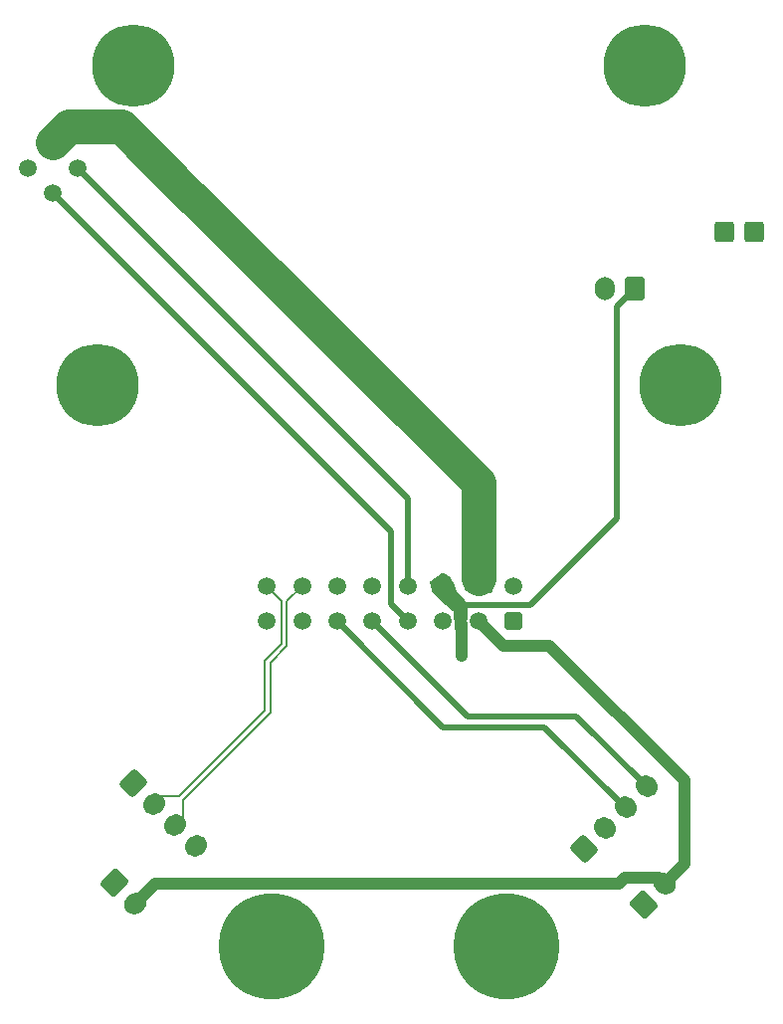
<source format=gbr>
%TF.GenerationSoftware,KiCad,Pcbnew,(6.0.8)*%
%TF.CreationDate,2023-01-17T07:54:29-05:00*%
%TF.ProjectId,K1+K2 Carabiner for Round Heatsinks,4b312b4b-3220-4436-9172-6162696e6572,rev?*%
%TF.SameCoordinates,Original*%
%TF.FileFunction,Copper,L2,Bot*%
%TF.FilePolarity,Positive*%
%FSLAX46Y46*%
G04 Gerber Fmt 4.6, Leading zero omitted, Abs format (unit mm)*
G04 Created by KiCad (PCBNEW (6.0.8)) date 2023-01-17 07:54:29*
%MOMM*%
%LPD*%
G01*
G04 APERTURE LIST*
G04 Aperture macros list*
%AMRoundRect*
0 Rectangle with rounded corners*
0 $1 Rounding radius*
0 $2 $3 $4 $5 $6 $7 $8 $9 X,Y pos of 4 corners*
0 Add a 4 corners polygon primitive as box body*
4,1,4,$2,$3,$4,$5,$6,$7,$8,$9,$2,$3,0*
0 Add four circle primitives for the rounded corners*
1,1,$1+$1,$2,$3*
1,1,$1+$1,$4,$5*
1,1,$1+$1,$6,$7*
1,1,$1+$1,$8,$9*
0 Add four rect primitives between the rounded corners*
20,1,$1+$1,$2,$3,$4,$5,0*
20,1,$1+$1,$4,$5,$6,$7,0*
20,1,$1+$1,$6,$7,$8,$9,0*
20,1,$1+$1,$8,$9,$2,$3,0*%
%AMHorizOval*
0 Thick line with rounded ends*
0 $1 width*
0 $2 $3 position (X,Y) of the first rounded end (center of the circle)*
0 $4 $5 position (X,Y) of the second rounded end (center of the circle)*
0 Add line between two ends*
20,1,$1,$2,$3,$4,$5,0*
0 Add two circle primitives to create the rounded ends*
1,1,$1,$2,$3*
1,1,$1,$4,$5*%
G04 Aperture macros list end*
%TA.AperFunction,ComponentPad*%
%ADD10RoundRect,0.250000X-0.954594X-0.106066X-0.106066X-0.954594X0.954594X0.106066X0.106066X0.954594X0*%
%TD*%
%TA.AperFunction,ComponentPad*%
%ADD11HorizOval,1.700000X-0.106066X-0.106066X0.106066X0.106066X0*%
%TD*%
%TA.AperFunction,ComponentPad*%
%ADD12RoundRect,0.250000X0.088388X-0.936916X0.936916X-0.088388X-0.088388X0.936916X-0.936916X0.088388X0*%
%TD*%
%TA.AperFunction,ComponentPad*%
%ADD13HorizOval,1.700000X-0.088388X0.088388X0.088388X-0.088388X0*%
%TD*%
%TA.AperFunction,ComponentPad*%
%ADD14RoundRect,0.250001X0.499999X0.499999X-0.499999X0.499999X-0.499999X-0.499999X0.499999X-0.499999X0*%
%TD*%
%TA.AperFunction,ComponentPad*%
%ADD15C,1.500000*%
%TD*%
%TA.AperFunction,ComponentPad*%
%ADD16RoundRect,0.297500X-0.552500X-0.577500X0.552500X-0.577500X0.552500X0.577500X-0.552500X0.577500X0*%
%TD*%
%TA.AperFunction,ComponentPad*%
%ADD17C,7.000000*%
%TD*%
%TA.AperFunction,ComponentPad*%
%ADD18C,9.000000*%
%TD*%
%TA.AperFunction,ComponentPad*%
%ADD19RoundRect,0.250000X-0.936916X-0.088388X-0.088388X-0.936916X0.936916X0.088388X0.088388X0.936916X0*%
%TD*%
%TA.AperFunction,ComponentPad*%
%ADD20HorizOval,1.700000X-0.088388X-0.088388X0.088388X0.088388X0*%
%TD*%
%TA.AperFunction,ComponentPad*%
%ADD21RoundRect,0.250000X0.600000X0.750000X-0.600000X0.750000X-0.600000X-0.750000X0.600000X-0.750000X0*%
%TD*%
%TA.AperFunction,ComponentPad*%
%ADD22O,1.700000X2.000000*%
%TD*%
%TA.AperFunction,ComponentPad*%
%ADD23RoundRect,0.250000X0.106066X-0.954594X0.954594X-0.106066X-0.106066X0.954594X-0.954594X0.106066X0*%
%TD*%
%TA.AperFunction,ComponentPad*%
%ADD24HorizOval,1.700000X-0.106066X0.106066X0.106066X-0.106066X0*%
%TD*%
%TA.AperFunction,ComponentPad*%
%ADD25RoundRect,0.250001X0.000000X0.707105X-0.707105X0.000000X0.000000X-0.707105X0.707105X0.000000X0*%
%TD*%
%TA.AperFunction,ViaPad*%
%ADD26C,1.000000*%
%TD*%
%TA.AperFunction,Conductor*%
%ADD27C,0.500000*%
%TD*%
%TA.AperFunction,Conductor*%
%ADD28C,1.000000*%
%TD*%
%TA.AperFunction,Conductor*%
%ADD29C,0.250000*%
%TD*%
%TA.AperFunction,Conductor*%
%ADD30C,3.000000*%
%TD*%
%TA.AperFunction,Conductor*%
%ADD31C,0.200000*%
%TD*%
G04 APERTURE END LIST*
D10*
%TO.P,P_CF2,1,Pin_1*%
%TO.N,AltVolt*%
X38735000Y-104775000D03*
D11*
%TO.P,P_CF2,2,Pin_2*%
%TO.N,PcFanGnd*%
X40502767Y-106542767D03*
%TD*%
D12*
%TO.P,EStepper1,1,Pin_1*%
%TO.N,Stepper2B*%
X78740000Y-101854000D03*
D13*
%TO.P,EStepper1,2,Pin_2*%
%TO.N,Stepper2A*%
X80507767Y-100086233D03*
%TO.P,EStepper1,3,Pin_3*%
%TO.N,Stepper1B*%
X82275534Y-98318466D03*
%TO.P,EStepper1,4,Pin_4*%
%TO.N,Stepper1A*%
X84043301Y-96550699D03*
%TD*%
D14*
%TO.P,Carabiner_Input1,1,Pin_1*%
%TO.N,ThChamber*%
X72730000Y-82500000D03*
D15*
%TO.P,Carabiner_Input1,2,Pin_2*%
%TO.N,PcFanGnd*%
X69730000Y-82500000D03*
%TO.P,Carabiner_Input1,3,Pin_3*%
%TO.N,HotendFanGnd*%
X66730000Y-82500000D03*
%TO.P,Carabiner_Input1,4,Pin_4*%
%TO.N,ThCommonGnd*%
X63730000Y-82500000D03*
%TO.P,Carabiner_Input1,5,Pin_5*%
%TO.N,Stepper1A*%
X60730000Y-82500000D03*
%TO.P,Carabiner_Input1,6,Pin_6*%
%TO.N,Stepper1B*%
X57730000Y-82500000D03*
%TO.P,Carabiner_Input1,7,Pin_7*%
%TO.N,A1*%
X54730000Y-82500000D03*
%TO.P,Carabiner_Input1,8,Pin_8*%
%TO.N,A4*%
X51730000Y-82500000D03*
%TO.P,Carabiner_Input1,9,Pin_9*%
%TO.N,HotendVoltage*%
X72730000Y-79500000D03*
%TO.P,Carabiner_Input1,10,Pin_10*%
%TO.N,HotendNeg*%
X69730000Y-79500000D03*
%TO.P,Carabiner_Input1,11,Pin_11*%
%TO.N,AltVolt*%
X66730000Y-79500000D03*
%TO.P,Carabiner_Input1,12,Pin_12*%
%TO.N,ThHotend*%
X63730000Y-79500000D03*
%TO.P,Carabiner_Input1,13,Pin_13*%
%TO.N,Stepper2A*%
X60730000Y-79500000D03*
%TO.P,Carabiner_Input1,14,Pin_14*%
%TO.N,Stepper2B*%
X57730000Y-79500000D03*
%TO.P,Carabiner_Input1,15,Pin_15*%
%TO.N,A2-*%
X54730000Y-79500000D03*
%TO.P,Carabiner_Input1,16,Pin_16*%
%TO.N,A2+*%
X51730000Y-79500000D03*
%TD*%
D16*
%TO.P,ChamberTh1,1,Pin_1*%
%TO.N,ThChamber*%
X90678000Y-49403000D03*
%TO.P,ChamberTh1,2,Pin_2*%
%TO.N,ThCommonGnd*%
X93218000Y-49403000D03*
%TD*%
D17*
%TO.P,H5,1*%
%TO.N,N/C*%
X37287074Y-62414644D03*
%TD*%
D18*
%TO.P,H1,1*%
%TO.N,N/C*%
X52106522Y-110180268D03*
%TD*%
D17*
%TO.P,H4,1*%
%TO.N,N/C*%
X86925970Y-62414644D03*
%TD*%
%TO.P,H3,1*%
%TO.N,N/C*%
X83856522Y-35180268D03*
%TD*%
%TO.P,H6,1*%
%TO.N,N/C*%
X40356522Y-35180268D03*
%TD*%
D19*
%TO.P,ZBeacon1,1,Pin_1*%
%TO.N,A4*%
X40391581Y-96291119D03*
D20*
%TO.P,ZBeacon1,2,Pin_2*%
%TO.N,A2+*%
X42159348Y-98058886D03*
%TO.P,ZBeacon1,3,Pin_3*%
%TO.N,A2-*%
X43927115Y-99826653D03*
%TO.P,ZBeacon1,4,Pin_4*%
%TO.N,A1*%
X45694882Y-101594420D03*
%TD*%
D18*
%TO.P,H2,1*%
%TO.N,N/C*%
X72106522Y-110180268D03*
%TD*%
D21*
%TO.P,HE_CF1,1,Pin_1*%
%TO.N,AltVolt*%
X83018000Y-54229000D03*
D22*
%TO.P,HE_CF1,2,Pin_2*%
%TO.N,HotendFanGnd*%
X80518000Y-54229000D03*
%TD*%
D23*
%TO.P,P_CF1,1,Pin_1*%
%TO.N,AltVolt*%
X83834886Y-106557653D03*
D24*
%TO.P,P_CF1,2,Pin_2*%
%TO.N,PcFanGnd*%
X85602653Y-104789886D03*
%TD*%
D25*
%TO.P,Th+He1,1,Pin_1*%
%TO.N,HotendNeg*%
X33488551Y-41781231D03*
D15*
%TO.P,Th+He1,2,Pin_2*%
%TO.N,HotendVoltage*%
X31367231Y-43902551D03*
%TO.P,Th+He1,3,Pin_3*%
%TO.N,ThHotend*%
X35609871Y-43902551D03*
%TO.P,Th+He1,4,Pin_4*%
%TO.N,ThCommonGnd*%
X33488551Y-46023872D03*
%TD*%
D26*
%TO.N,AltVolt*%
X68300000Y-85400000D03*
%TD*%
D27*
%TO.N,AltVolt*%
X68383000Y-81153000D02*
X74168000Y-81153000D01*
X81545000Y-73776000D02*
X81545000Y-55702000D01*
X66730000Y-79500000D02*
X68383000Y-81153000D01*
X74168000Y-81153000D02*
X81545000Y-73776000D01*
D28*
X68300000Y-85400000D02*
X68300000Y-83800000D01*
D27*
X81545000Y-55702000D02*
X83018000Y-54229000D01*
D28*
%TO.N,PcFanGnd*%
X82200000Y-104300000D02*
X85112767Y-104300000D01*
X87246269Y-96046269D02*
X75800000Y-84600000D01*
X81710114Y-104789886D02*
X82200000Y-104300000D01*
X42255648Y-104789886D02*
X40502767Y-106542767D01*
X87246269Y-103146269D02*
X87246269Y-96046269D01*
X85602653Y-104789886D02*
X87246269Y-103146269D01*
X42255648Y-104789886D02*
X81710114Y-104789886D01*
X85112767Y-104300000D02*
X85602653Y-104789886D01*
X75800000Y-84600000D02*
X71830000Y-84600000D01*
X71830000Y-84600000D02*
X69730000Y-82500000D01*
D27*
%TO.N,ThCommonGnd*%
X62280800Y-81050800D02*
X62280800Y-74816121D01*
X63730000Y-82500000D02*
X62280800Y-81050800D01*
X62280800Y-74816121D02*
X33488551Y-46023872D01*
%TO.N,Stepper1A*%
X60730000Y-82500000D02*
X68830000Y-90600000D01*
X78092602Y-90600000D02*
X84043301Y-96550699D01*
X68830000Y-90600000D02*
X78092602Y-90600000D01*
%TO.N,Stepper1B*%
X57730000Y-82500000D02*
X66730000Y-91500000D01*
X82189466Y-98318466D02*
X82275534Y-98318466D01*
X66730000Y-91500000D02*
X75371000Y-91500000D01*
X75371000Y-91500000D02*
X82189466Y-98318466D01*
D29*
%TO.N,A1*%
X54730000Y-82500000D02*
X54730000Y-82889240D01*
D30*
%TO.N,HotendNeg*%
X39345873Y-40400000D02*
X45400000Y-46454127D01*
X69730000Y-70695200D02*
X69730000Y-78803000D01*
X34869782Y-40400000D02*
X39345873Y-40400000D01*
X33488551Y-41781231D02*
X34869782Y-40400000D01*
X45488927Y-46454127D02*
X69730000Y-70695200D01*
X45400000Y-46454127D02*
X45488927Y-46454127D01*
D27*
%TO.N,ThHotend*%
X60185720Y-68478400D02*
X60198000Y-68478400D01*
X63730000Y-72010400D02*
X63730000Y-79500000D01*
X35609871Y-43902551D02*
X60185720Y-68478400D01*
X60198000Y-68478400D02*
X63730000Y-72010400D01*
D31*
%TO.N,A2-*%
X52019999Y-90284199D02*
X44616544Y-97687654D01*
X54730000Y-79500000D02*
X53455001Y-80774999D01*
X43927115Y-99826653D02*
X44616544Y-99137224D01*
X44616544Y-97687654D02*
X44616544Y-99137224D01*
X53455001Y-80774999D02*
X53455001Y-84618702D01*
X52019999Y-86053704D02*
X52019999Y-90284199D01*
X53455001Y-84618702D02*
X52019999Y-86053704D01*
%TO.N,A2+*%
X44298347Y-97369457D02*
X42848777Y-97369457D01*
X51730000Y-79500000D02*
X53004999Y-80774999D01*
X53004999Y-80774999D02*
X53004999Y-84432335D01*
X51570018Y-90097786D02*
X44298347Y-97369457D01*
X42848777Y-97369457D02*
X42159348Y-98058886D01*
X53004999Y-84432335D02*
X51570018Y-85867316D01*
X51570018Y-85867316D02*
X51570018Y-90097786D01*
%TD*%
%TA.AperFunction,Conductor*%
%TO.N,AltVolt*%
G36*
X66766013Y-78437722D02*
G01*
X66771435Y-78440820D01*
X67366877Y-78781073D01*
X67417061Y-78834123D01*
X67700000Y-79400000D01*
X67712514Y-79418203D01*
X67717533Y-79425503D01*
X67732476Y-79454825D01*
X67797752Y-79639158D01*
X67929109Y-79893658D01*
X67931570Y-79897159D01*
X67931572Y-79897163D01*
X68091327Y-80124471D01*
X68091332Y-80124477D01*
X68093791Y-80127976D01*
X68288749Y-80337776D01*
X68402881Y-80431193D01*
X68426899Y-80457308D01*
X68777829Y-80967751D01*
X68800000Y-81039134D01*
X68800000Y-82271181D01*
X68797342Y-82296475D01*
X68795772Y-82301424D01*
X68774994Y-82486665D01*
X68790592Y-82672414D01*
X68792292Y-82678342D01*
X68795119Y-82688203D01*
X68800000Y-82722932D01*
X68800000Y-83975735D01*
X68790988Y-84022530D01*
X68661287Y-84346783D01*
X68617416Y-84402603D01*
X68550331Y-84425844D01*
X68481331Y-84409126D01*
X68468339Y-84400517D01*
X67844886Y-83929434D01*
X67802594Y-83872408D01*
X67795322Y-83839851D01*
X67683577Y-82558414D01*
X67684056Y-82533672D01*
X67684041Y-82533671D01*
X67684062Y-82533368D01*
X67684095Y-82531674D01*
X67684287Y-82530157D01*
X67684288Y-82530143D01*
X67684727Y-82526668D01*
X67685099Y-82500000D01*
X67666909Y-82314487D01*
X67664203Y-82305525D01*
X67659304Y-82280062D01*
X67601574Y-81618048D01*
X67601574Y-81618047D01*
X67600000Y-81600000D01*
X67591873Y-81593228D01*
X67591873Y-81593227D01*
X67002278Y-81101898D01*
X66997800Y-81097983D01*
X66572873Y-80708467D01*
X65829250Y-80026813D01*
X65791392Y-79961266D01*
X65666667Y-79400000D01*
X65619159Y-79186216D01*
X65623908Y-79115379D01*
X65666200Y-79058353D01*
X65674502Y-79052590D01*
X66635855Y-78440820D01*
X66704063Y-78421122D01*
X66766013Y-78437722D01*
G37*
%TD.AperFunction*%
%TD*%
%TA.AperFunction,Conductor*%
%TO.N,HotendNeg*%
G36*
X70842121Y-76920002D02*
G01*
X70888614Y-76973658D01*
X70900000Y-77026000D01*
X70900000Y-79974000D01*
X70879998Y-80042121D01*
X70826342Y-80088614D01*
X70774000Y-80100000D01*
X68975178Y-80100000D01*
X68907057Y-80079998D01*
X68876650Y-80052537D01*
X68873972Y-80049177D01*
X68873955Y-80049157D01*
X68872572Y-80047422D01*
X68867697Y-80042121D01*
X68850061Y-80022945D01*
X68850053Y-80022937D01*
X68848554Y-80021307D01*
X68846947Y-80019790D01*
X68846939Y-80019782D01*
X68788008Y-79964157D01*
X68786396Y-79962635D01*
X68710848Y-79900799D01*
X68698356Y-79889068D01*
X68633699Y-79819489D01*
X68601981Y-79755973D01*
X68600000Y-79733719D01*
X68600000Y-77026000D01*
X68620002Y-76957879D01*
X68673658Y-76911386D01*
X68726000Y-76900000D01*
X70774000Y-76900000D01*
X70842121Y-76920002D01*
G37*
%TD.AperFunction*%
%TD*%
M02*

</source>
